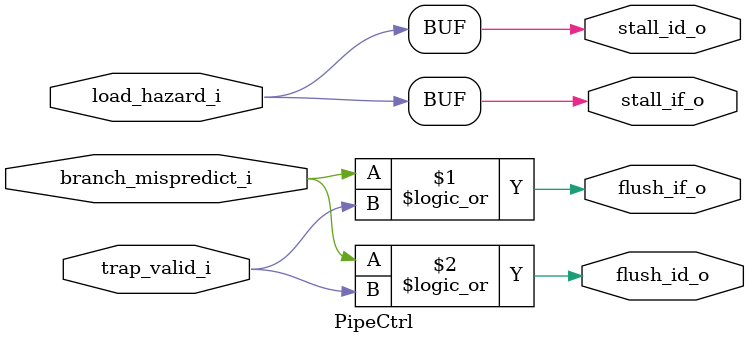
<source format=sv>
module PipeCtrl (
    input  logic branch_mispredict_i,
    input  logic trap_valid_i,
    input  logic load_hazard_i,
    output logic flush_if_o,
    output logic flush_id_o,
    output logic stall_if_o,
    output logic stall_id_o
);
    assign flush_if_o = branch_mispredict_i || trap_valid_i;
    assign flush_id_o = branch_mispredict_i || trap_valid_i;
    assign stall_if_o = load_hazard_i;
    assign stall_id_o = load_hazard_i;
endmodule

</source>
